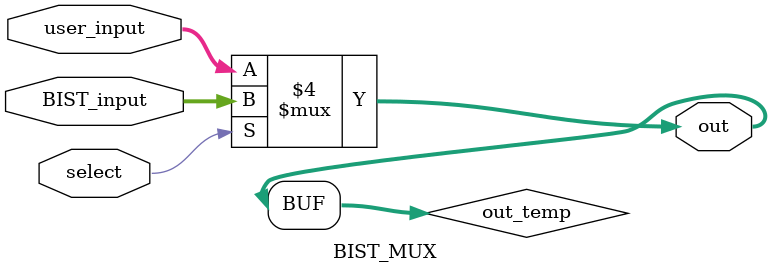
<source format=v>
`timescale 1ns / 1ps


module BIST_MUX(
    input wire [7:0] user_input,
    input wire [7:0] BIST_input,
    input wire select,                  //1 for BIST 0 for user input
    output wire [7:0] out

    );
  reg [7:0] out_temp;
  
  always@(*)
  begin
        if(select ==0)
            out_temp = user_input;
        else
            out_temp = BIST_input;
  end
  assign out = out_temp;
    
endmodule

</source>
